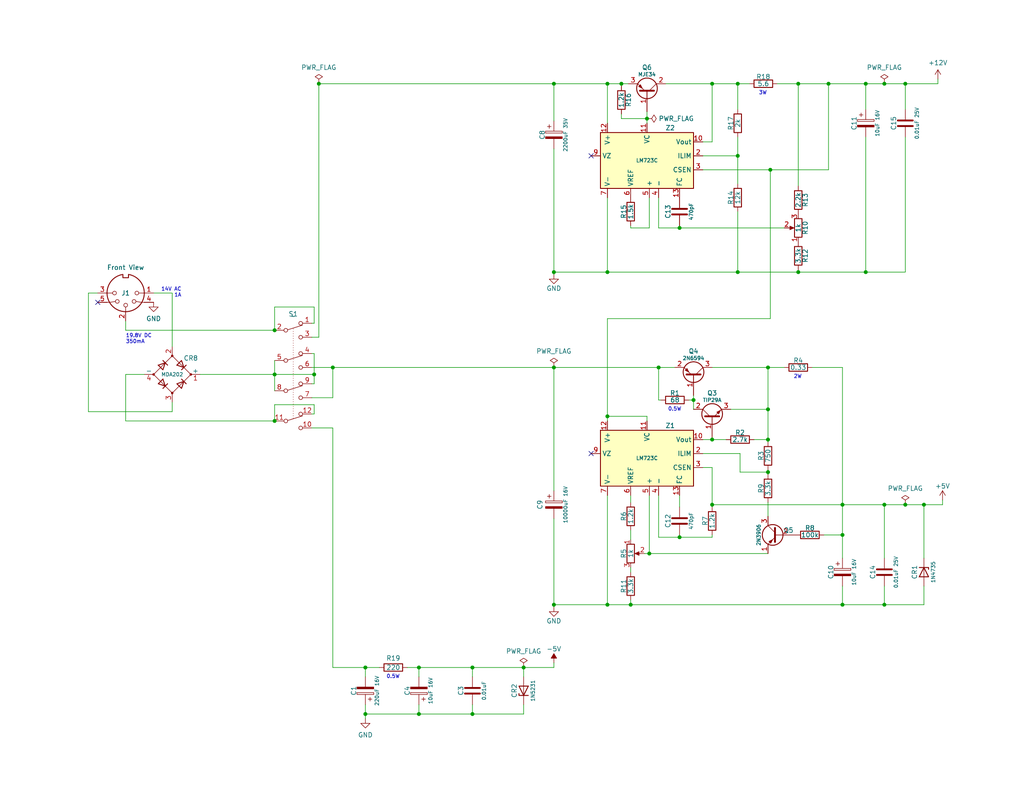
<source format=kicad_sch>
(kicad_sch (version 20230121) (generator eeschema)
  (paper "USLetter")
  (title_block (title "TRS-80 Model I") (date "2023-10-24") (rev "G") (company "RetroStack - Marcel Erz") (comment 2 "Linear Voltage regulators for +5V, -5V, and +12V") (comment 4 "Power"))
  (lib_symbols
    (symbol "Connector:DIN-5_180degree" (pin_names (offset 1.016))
      (property "Reference" "J" (at 3.175 5.715 0))
      (property "Value" "DIN-5_180degree" (at 0 -6.35 0))
      (symbol "DIN-5_180degree_0_1"
        (arc (start -5.08 0) (mid -3.8609 -3.3364) (end -0.762 -5.08) (stroke (width 0.254)))
        (circle (center -3.048 0) (radius 0.508))
        (circle (center -2.286 2.286) (radius 0.508))
        (polyline (pts (xy -5.08 0) (xy -3.556 0)))
        (polyline (pts (xy 0 5.08) (xy 0 3.81)))
        (polyline (pts (xy 5.08 0) (xy 3.556 0)))
        (polyline (pts (xy -5.08 2.54) (xy -4.318 2.54) (xy -2.794 2.286)))
        (polyline (pts (xy 5.08 2.54) (xy 4.318 2.54) (xy 2.794 2.286)))
        (polyline (pts (xy -0.762 -4.953) (xy -0.762 -4.191) (xy 0.762 -4.191) (xy 0.762 -4.953)) (stroke (width 0.254)))
        (circle (center 0 3.302) (radius 0.508))
        (arc (start 0.762 -5.08) (mid 3.8685 -3.343) (end 5.08 0) (stroke (width 0.254)))
        (circle (center 2.286 2.286) (radius 0.508))
        (circle (center 3.048 0) (radius 0.508))
        (arc (start 5.08 0) (mid 0 5.0579) (end -5.08 0) (stroke (width 0.254)))
      )
      (symbol "DIN-5_180degree_1_1"
        (pin passive line (at -7.62 0 0) (length 2.54) (name "~") (number "1"))
        (pin passive line (at 0 7.62 270) (length 2.54) (name "~") (number "2"))
        (pin passive line (at 7.62 0 180) (length 2.54) (name "~") (number "3"))
        (pin passive line (at -7.62 2.54 0) (length 2.54) (name "~") (number "4"))
        (pin passive line (at 7.62 2.54 180) (length 2.54) (name "~") (number "5"))
      )
    )
    (symbol "Device:C" (pin_numbers hide) (pin_names (offset 0.254))
      (property "Reference" "C" (at 0.635 2.54 0))
      (property "Value" "C" (at 0.635 -2.54 0))
      (symbol "C_0_1"
        (polyline (pts (xy -2.032 -0.762) (xy 2.032 -0.762)) (stroke (width 0.508)))
        (polyline (pts (xy -2.032 0.762) (xy 2.032 0.762)) (stroke (width 0.508)))
      )
      (symbol "C_1_1"
        (pin passive line (at 0 3.81 270) (length 2.794) (name "~") (number "1"))
        (pin passive line (at 0 -3.81 90) (length 2.794) (name "~") (number "2"))
      )
    )
    (symbol "Device:C_Polarized" (pin_numbers hide) (pin_names (offset 0.254))
      (property "Reference" "C" (at 0.635 2.54 0))
      (property "Value" "C_Polarized" (at 0.635 -2.54 0))
      (symbol "C_Polarized_0_1"
        (rectangle (start -2.286 0.508) (end 2.286 1.016))
        (polyline (pts (xy -1.778 2.286) (xy -0.762 2.286)))
        (polyline (pts (xy -1.27 2.794) (xy -1.27 1.778)))
        (rectangle (start 2.286 -0.508) (end -2.286 -1.016) (fill (type outline)))
      )
      (symbol "C_Polarized_1_1"
        (pin passive line (at 0 3.81 270) (length 2.794) (name "~") (number "1"))
        (pin passive line (at 0 -3.81 90) (length 2.794) (name "~") (number "2"))
      )
    )
    (symbol "Device:D_Bridge_+AA-" (pin_names (offset 0))
      (property "Reference" "D" (at 2.54 6.985 0))
      (property "Value" "D_Bridge_+AA-" (at 2.54 5.08 0))
      (symbol "D_Bridge_+AA-_0_1"
        (circle (center -5.08 0) (radius 0.254) (fill (type outline)))
        (circle (center 0 -5.08) (radius 0.254) (fill (type outline)))
        (polyline (pts (xy -2.54 3.81) (xy -1.27 2.54)) (stroke (width 0.254)))
        (polyline (pts (xy -1.27 -2.54) (xy -2.54 -3.81)) (stroke (width 0.254)))
        (polyline (pts (xy 2.54 -1.27) (xy 3.81 -2.54)) (stroke (width 0.254)))
        (polyline (pts (xy 2.54 1.27) (xy 3.81 2.54)) (stroke (width 0.254)))
        (polyline (pts (xy -3.81 2.54) (xy -2.54 1.27) (xy -1.905 3.175) (xy -3.81 2.54)) (stroke (width 0.254)))
        (polyline (pts (xy -2.54 -1.27) (xy -3.81 -2.54) (xy -1.905 -3.175) (xy -2.54 -1.27)) (stroke (width 0.254)))
        (polyline (pts (xy 1.27 2.54) (xy 2.54 3.81) (xy 3.175 1.905) (xy 1.27 2.54)) (stroke (width 0.254)))
        (polyline (pts (xy 3.175 -1.905) (xy 1.27 -2.54) (xy 2.54 -3.81) (xy 3.175 -1.905)) (stroke (width 0.254)))
        (polyline (pts (xy -5.08 0) (xy 0 -5.08) (xy 5.08 0) (xy 0 5.08) (xy -5.08 0)))
        (circle (center 0 5.08) (radius 0.254) (fill (type outline)))
        (circle (center 5.08 0) (radius 0.254) (fill (type outline)))
      )
      (symbol "D_Bridge_+AA-_1_1"
        (pin passive line (at 7.62 0 180) (length 2.54) (name "+") (number "1"))
        (pin passive line (at 0 7.62 270) (length 2.54) (name "~") (number "2"))
        (pin passive line (at 0 -7.62 90) (length 2.54) (name "~") (number "3"))
        (pin passive line (at -7.62 0 0) (length 2.54) (name "-") (number "4"))
      )
    )
    (symbol "Device:D_Zener" (pin_numbers hide) (pin_names (offset 1.016) hide)
      (property "Reference" "D" (at 0 2.54 0))
      (property "Value" "D_Zener" (at 0 -2.54 0))
      (symbol "D_Zener_0_1"
        (polyline (pts (xy 1.27 0) (xy -1.27 0)))
        (polyline (pts (xy -1.27 -1.27) (xy -1.27 1.27) (xy -0.762 1.27)) (stroke (width 0.254)))
        (polyline (pts (xy 1.27 -1.27) (xy 1.27 1.27) (xy -1.27 0) (xy 1.27 -1.27)) (stroke (width 0.254)))
      )
      (symbol "D_Zener_1_1"
        (pin passive line (at -3.81 0 0) (length 2.54) (name "K") (number "1"))
        (pin passive line (at 3.81 0 180) (length 2.54) (name "A") (number "2"))
      )
    )
    (symbol "Device:Q_NPN_BCE" (pin_names (offset 0) hide)
      (property "Reference" "Q" (at 5.08 1.27 0))
      (property "Value" "Q_NPN_BCE" (at 5.08 -1.27 0))
      (symbol "Q_NPN_BCE_0_1"
        (polyline (pts (xy 0.635 0.635) (xy 2.54 2.54)))
        (polyline (pts (xy 0.635 -0.635) (xy 2.54 -2.54) (xy 2.54 -2.54)))
        (polyline (pts (xy 0.635 1.905) (xy 0.635 -1.905) (xy 0.635 -1.905)) (stroke (width 0.508)))
        (polyline (pts (xy 1.27 -1.778) (xy 1.778 -1.27) (xy 2.286 -2.286) (xy 1.27 -1.778) (xy 1.27 -1.778)) (fill (type outline)))
        (circle (center 1.27 0) (radius 2.8194) (stroke (width 0.254)))
      )
      (symbol "Q_NPN_BCE_1_1"
        (pin input line (at -5.08 0 0) (length 5.715) (name "B") (number "1"))
        (pin passive line (at 2.54 5.08 270) (length 2.54) (name "C") (number "2"))
        (pin passive line (at 2.54 -5.08 90) (length 2.54) (name "E") (number "3"))
      )
    )
    (symbol "Device:Q_PNP_BCE" (pin_names (offset 0) hide)
      (property "Reference" "Q" (at 5.08 1.27 0))
      (property "Value" "Q_PNP_BCE" (at 5.08 -1.27 0))
      (symbol "Q_PNP_BCE_0_1"
        (polyline (pts (xy 0.635 0.635) (xy 2.54 2.54)))
        (polyline (pts (xy 0.635 -0.635) (xy 2.54 -2.54) (xy 2.54 -2.54)))
        (polyline (pts (xy 0.635 1.905) (xy 0.635 -1.905) (xy 0.635 -1.905)) (stroke (width 0.508)))
        (polyline (pts (xy 2.286 -1.778) (xy 1.778 -2.286) (xy 1.27 -1.27) (xy 2.286 -1.778) (xy 2.286 -1.778)) (fill (type outline)))
        (circle (center 1.27 0) (radius 2.8194) (stroke (width 0.254)))
      )
      (symbol "Q_PNP_BCE_1_1"
        (pin input line (at -5.08 0 0) (length 5.715) (name "B") (number "1"))
        (pin passive line (at 2.54 5.08 270) (length 2.54) (name "C") (number "2"))
        (pin passive line (at 2.54 -5.08 90) (length 2.54) (name "E") (number "3"))
      )
    )
    (symbol "Device:Q_PNP_BEC" (pin_names (offset 0) hide)
      (property "Reference" "Q" (at 5.08 1.27 0))
      (property "Value" "Q_PNP_BEC" (at 5.08 -1.27 0))
      (symbol "Q_PNP_BEC_0_1"
        (polyline (pts (xy 0.635 0.635) (xy 2.54 2.54)))
        (polyline (pts (xy 0.635 -0.635) (xy 2.54 -2.54) (xy 2.54 -2.54)))
        (polyline (pts (xy 0.635 1.905) (xy 0.635 -1.905) (xy 0.635 -1.905)) (stroke (width 0.508)))
        (polyline (pts (xy 2.286 -1.778) (xy 1.778 -2.286) (xy 1.27 -1.27) (xy 2.286 -1.778) (xy 2.286 -1.778)) (fill (type outline)))
        (circle (center 1.27 0) (radius 2.8194) (stroke (width 0.254)))
      )
      (symbol "Q_PNP_BEC_1_1"
        (pin input line (at -5.08 0 0) (length 5.715) (name "B") (number "1"))
        (pin passive line (at 2.54 -5.08 90) (length 2.54) (name "E") (number "2"))
        (pin passive line (at 2.54 5.08 270) (length 2.54) (name "C") (number "3"))
      )
    )
    (symbol "Device:R" (pin_numbers hide) (pin_names (offset 0))
      (property "Reference" "R" (at 2.032 0 90))
      (property "Value" "R" (at 0 0 90))
      (symbol "R_0_1"
        (rectangle (start -1.016 -2.54) (end 1.016 2.54) (stroke (width 0.254)))
      )
      (symbol "R_1_1"
        (pin passive line (at 0 3.81 270) (length 1.27) (name "~") (number "1"))
        (pin passive line (at 0 -3.81 90) (length 1.27) (name "~") (number "2"))
      )
    )
    (symbol "Device:R_Potentiometer" (pin_names (offset 1.016) hide)
      (property "Reference" "RV" (at -4.445 0 90))
      (property "Value" "R_Potentiometer" (at -2.54 0 90))
      (symbol "R_Potentiometer_0_1"
        (polyline (pts (xy 2.54 0) (xy 1.524 0)))
        (polyline (pts (xy 1.143 0) (xy 2.286 0.508) (xy 2.286 -0.508) (xy 1.143 0)) (fill (type outline)))
        (rectangle (start 1.016 2.54) (end -1.016 -2.54) (stroke (width 0.254)))
      )
      (symbol "R_Potentiometer_1_1"
        (pin passive line (at 0 3.81 270) (length 1.27) (name "1") (number "1"))
        (pin passive line (at 3.81 0 180) (length 1.27) (name "2") (number "2"))
        (pin passive line (at 0 -3.81 90) (length 1.27) (name "3") (number "3"))
      )
    )
    (symbol "LM723C_1"
      (property "Reference" "U" (at 0 0 0))
      (symbol "LM723C_1_0_1"
        (rectangle (start -12.7 -5.08) (end 12.7 -20.32) (stroke (width 0.254)) (fill (type background)))
      )
      (symbol "LM723C_1_1_1"
        (pin no_connect line (at -15.24 -13.97 0) (length 2.54) hide (name "NC") (number "1"))
        (pin power_out line (at 15.24 -7.62 180) (length 2.54) (name "Vout") (number "10"))
        (pin power_in line (at 0 -2.54 270) (length 2.54) (name "VC") (number "11"))
        (pin power_in line (at -10.795 -2.54 270) (length 2.54) (name "V+") (number "12"))
        (pin input line (at 8.89 -22.86 90) (length 2.54) (name "FC") (number "13"))
        (pin no_connect line (at -15.24 -15.875 0) (length 2.54) hide (name "NC") (number "14"))
        (pin input line (at 15.24 -11.43 180) (length 2.54) (name "ILIM") (number "2"))
        (pin input line (at 15.24 -15.24 180) (length 2.54) (name "CSEN") (number "3"))
        (pin input line (at 3.175 -22.86 90) (length 2.54) (name "-") (number "4"))
        (pin input line (at 0.635 -22.86 90) (length 2.54) (name "+") (number "5"))
        (pin power_out line (at -4.445 -22.86 90) (length 2.54) (name "VREF") (number "6"))
        (pin power_in line (at -10.795 -22.86 90) (length 2.54) (name "V-") (number "7"))
        (pin no_connect line (at -15.24 -9.525 0) (length 2.54) hide (name "NC") (number "8"))
        (pin input line (at -15.24 -11.43 0) (length 2.54) (name "VZ") (number "9"))
      )
    )
    (symbol "RetroStackLibrary:LM723C"
      (property "Reference" "U" (at 0 0 0))
      (symbol "LM723C_0_1"
        (rectangle (start -12.7 -5.08) (end 12.7 -20.32) (stroke (width 0.254)) (fill (type background)))
      )
      (symbol "LM723C_1_1"
        (pin no_connect line (at -15.24 -13.97 0) (length 2.54) hide (name "NC") (number "1"))
        (pin power_out line (at 15.24 -7.62 180) (length 2.54) (name "Vout") (number "10"))
        (pin power_in line (at 0 -2.54 270) (length 2.54) (name "VC") (number "11"))
        (pin power_in line (at -10.795 -2.54 270) (length 2.54) (name "V+") (number "12"))
        (pin input line (at 8.89 -22.86 90) (length 2.54) (name "FC") (number "13"))
        (pin no_connect line (at -15.24 -15.875 0) (length 2.54) hide (name "NC") (number "14"))
        (pin input line (at 15.24 -11.43 180) (length 2.54) (name "ILIM") (number "2"))
        (pin input line (at 15.24 -15.24 180) (length 2.54) (name "CSEN") (number "3"))
        (pin input line (at 3.175 -22.86 90) (length 2.54) (name "-") (number "4"))
        (pin input line (at 0.635 -22.86 90) (length 2.54) (name "+") (number "5"))
        (pin power_out line (at -4.445 -22.86 90) (length 2.54) (name "VREF") (number "6"))
        (pin power_in line (at -10.795 -22.86 90) (length 2.54) (name "V-") (number "7"))
        (pin no_connect line (at -15.24 -9.525 0) (length 2.54) hide (name "NC") (number "8"))
        (pin input line (at -15.24 -11.43 0) (length 2.54) (name "VZ") (number "9"))
      )
    )
    (symbol "RetroStackLibrary:SW_4PST"
      (property "Reference" "SW" (at 0 0 0))
      (symbol "SW_4PST_0_0"
        (circle (center -2.032 -28.575) (radius 0.508))
        (circle (center -2.032 -20.32) (radius 0.508))
        (circle (center -2.032 -12.065) (radius 0.508))
        (circle (center -2.032 -3.81) (radius 0.508))
        (polyline (pts (xy -1.524 -28.448) (xy 2.54 -27.178)))
        (polyline (pts (xy -1.524 -20.193) (xy 2.54 -18.923)))
        (polyline (pts (xy -1.524 -11.938) (xy 2.54 -10.668)))
        (polyline (pts (xy -1.524 -3.683) (xy 2.54 -2.413)))
        (circle (center 2.032 -30.48) (radius 0.508))
        (circle (center 2.032 -26.67) (radius 0.508))
        (circle (center 2.032 -22.225) (radius 0.508))
        (circle (center 2.032 -18.415) (radius 0.508))
        (circle (center 2.032 -13.97) (radius 0.508))
        (circle (center 2.032 -10.16) (radius 0.508))
        (circle (center 2.032 -5.715) (radius 0.508))
        (circle (center 2.032 -1.905) (radius 0.508))
      )
      (symbol "SW_4PST_1_1"
        (polyline (pts (xy 0 -27.813) (xy 0 -3.3655)) (stroke (width 0) (type dot)))
        (pin passive line (at 5.08 -1.905 180) (length 2.54) (name "~") (number "1"))
        (pin passive line (at 5.08 -30.48 180) (length 2.54) (name "~") (number "10"))
        (pin passive line (at -5.08 -28.575 0) (length 2.54) (name "~") (number "11"))
        (pin passive line (at 5.08 -26.67 180) (length 2.54) (name "~") (number "12"))
        (pin passive line (at -5.08 -3.81 0) (length 2.54) (name "~") (number "2"))
        (pin passive line (at 5.08 -5.715 180) (length 2.54) (name "~") (number "3"))
        (pin passive line (at 5.08 -10.16 180) (length 2.54) (name "~") (number "4"))
        (pin passive line (at -5.08 -12.065 0) (length 2.54) (name "~") (number "5"))
        (pin passive line (at 5.08 -13.97 180) (length 2.54) (name "~") (number "6"))
        (pin passive line (at 5.08 -22.225 180) (length 2.54) (name "~") (number "7"))
        (pin passive line (at -5.08 -20.32 0) (length 2.54) (name "~") (number "8"))
        (pin passive line (at 5.08 -18.415 180) (length 2.54) (name "~") (number "9"))
      )
    )
    (symbol "Transistor_BJT:2N3906" (pin_names (offset 0) hide)
      (property "Reference" "Q" (at 5.08 1.905 0))
      (property "Value" "2N3906" (at 5.08 0 0))
      (symbol "2N3906_0_1"
        (polyline (pts (xy 0.635 0.635) (xy 2.54 2.54)))
        (polyline (pts (xy 0.635 -0.635) (xy 2.54 -2.54) (xy 2.54 -2.54)))
        (polyline (pts (xy 0.635 1.905) (xy 0.635 -1.905) (xy 0.635 -1.905)) (stroke (width 0.508)))
        (polyline (pts (xy 2.286 -1.778) (xy 1.778 -2.286) (xy 1.27 -1.27) (xy 2.286 -1.778) (xy 2.286 -1.778)) (fill (type outline)))
        (circle (center 1.27 0) (radius 2.8194) (stroke (width 0.254)))
      )
      (symbol "2N3906_1_1"
        (pin passive line (at 2.54 -5.08 90) (length 2.54) (name "E") (number "1"))
        (pin input line (at -5.08 0 0) (length 5.715) (name "B") (number "2"))
        (pin passive line (at 2.54 5.08 270) (length 2.54) (name "C") (number "3"))
      )
    )
    (symbol "power:+12V" (power) (pin_names (offset 0))
      (property "Value" "+12V" (at 0 3.556 0))
      (symbol "+12V_0_1"
        (polyline (pts (xy -0.762 1.27) (xy 0 2.54)))
        (polyline (pts (xy 0 0) (xy 0 2.54)))
        (polyline (pts (xy 0 2.54) (xy 0.762 1.27)))
      )
      (symbol "+12V_1_1"
        (pin power_in line (at 0 0 90) (length 0) hide (name "+12V") (number "1"))
      )
    )
    (symbol "power:+5V" (power) (pin_names (offset 0))
      (property "Value" "+5V" (at 0 3.556 0))
      (symbol "+5V_0_1"
        (polyline (pts (xy -0.762 1.27) (xy 0 2.54)))
        (polyline (pts (xy 0 0) (xy 0 2.54)))
        (polyline (pts (xy 0 2.54) (xy 0.762 1.27)))
      )
      (symbol "+5V_1_1"
        (pin power_in line (at 0 0 90) (length 0) hide (name "+5V") (number "1"))
      )
    )
    (symbol "power:-5V" (power) (pin_names (offset 0))
      (property "Value" "-5V" (at 0 3.81 0))
      (symbol "-5V_0_0"
        (pin power_in line (at 0 0 90) (length 0) hide (name "-5V") (number "1"))
      )
      (symbol "-5V_0_1"
        (polyline (pts (xy 0 0) (xy 0 1.27) (xy 0.762 1.27) (xy 0 2.54) (xy -0.762 1.27) (xy 0 1.27)) (fill (type outline)))
      )
    )
    (symbol "power:GND" (power) (pin_names (offset 0))
      (property "Value" "GND" (at 0 -3.81 0))
      (symbol "GND_0_1"
        (polyline (pts (xy 0 0) (xy 0 -1.27) (xy 1.27 -1.27) (xy 0 -2.54) (xy -1.27 -1.27) (xy 0 -1.27)))
      )
      (symbol "GND_1_1"
        (pin power_in line (at 0 0 270) (length 0) hide (name "GND") (number "1"))
      )
    )
    (symbol "power:PWR_FLAG" (power) (pin_numbers hide) (pin_names (offset 0) hide)
      (property "Value" "PWR_FLAG" (at 0 3.81 0))
      (symbol "PWR_FLAG_0_0"
        (pin power_out line (at 0 0 90) (length 0) (name "pwr") (number "1"))
      )
      (symbol "PWR_FLAG_0_1"
        (polyline (pts (xy 0 0) (xy 0 1.27) (xy -1.016 1.905) (xy 0 2.54) (xy 1.016 1.905) (xy 0 1.27)))
      )
    )
  )
  (junction (at 165.735 165.1))
  (junction (at 229.87 137.795))
  (junction (at 210.185 46.355))
  (junction (at 114.3 182.245))
  (junction (at 151.13 22.86))
  (junction (at 169.545 22.86))
  (junction (at 177.165 151.13))
  (junction (at 194.31 22.86))
  (junction (at 201.295 22.86))
  (junction (at 185.42 62.23))
  (junction (at 241.3 137.795))
  (junction (at 201.295 42.545))
  (junction (at 194.31 137.795))
  (junction (at 241.3 165.1))
  (junction (at 217.805 22.86))
  (junction (at 209.55 111.76))
  (junction (at 165.735 113.665))
  (junction (at 74.93 90.17))
  (junction (at 74.93 114.935))
  (junction (at 90.805 100.33))
  (junction (at 128.905 182.245))
  (junction (at 236.22 74.295))
  (junction (at 85.725 102.235))
  (junction (at 99.695 194.945))
  (junction (at 142.875 182.245))
  (junction (at 226.06 22.86))
  (junction (at 252.095 137.795))
  (junction (at 194.31 120.015))
  (junction (at 179.705 100.33))
  (junction (at 229.87 146.05))
  (junction (at 86.995 22.86))
  (junction (at 217.805 74.295))
  (junction (at 247.015 137.795))
  (junction (at 172.085 165.1))
  (junction (at 241.3 22.86))
  (junction (at 151.13 100.33))
  (junction (at 201.295 74.295))
  (junction (at 229.87 165.1))
  (junction (at 128.905 194.945))
  (junction (at 176.53 32.385))
  (junction (at 209.55 120.015))
  (junction (at 189.23 109.22))
  (junction (at 209.55 100.33))
  (junction (at 236.22 22.86))
  (junction (at 151.13 165.1))
  (junction (at 165.735 74.295))
  (junction (at 247.015 22.86))
  (junction (at 151.13 74.295))
  (junction (at 165.735 22.86))
  (junction (at 74.93 102.235))
  (junction (at 99.695 182.245))
  (junction (at 209.55 128.905))
  (junction (at 185.42 146.685))
  (junction (at 114.3 194.945))
  (no_connect (at 26.67 82.55))
  (no_connect (at 161.29 42.545))
  (no_connect (at 161.29 123.825))
  (wire (pts (xy 176.53 32.385) (xy 176.53 33.655)))
  (wire (pts (xy 172.085 163.83) (xy 172.085 165.1)))
  (wire (pts (xy 24.13 80.01) (xy 26.67 80.01)))
  (wire (pts (xy 201.295 74.295) (xy 217.805 74.295)))
  (wire (pts (xy 229.87 146.05) (xy 224.79 146.05)))
  (wire (pts (xy 201.93 128.905) (xy 209.55 128.905)))
  (wire (pts (xy 179.705 100.33) (xy 184.15 100.33)))
  (wire (pts (xy 85.725 96.52) (xy 85.725 102.235)))
  (wire (pts (xy 194.31 146.685) (xy 194.31 146.05)))
  (wire (pts (xy 85.725 88.265) (xy 85.725 83.82)))
  (wire (pts (xy 217.805 50.8) (xy 217.805 22.86)))
  (wire (pts (xy 201.295 74.295) (xy 165.735 74.295)))
  (wire (pts (xy 179.705 53.975) (xy 179.705 62.23)))
  (wire (pts (xy 191.77 127.635) (xy 194.31 127.635)))
  (wire (pts (xy 194.31 120.015) (xy 194.31 119.38)))
  (wire (pts (xy 201.295 22.86) (xy 204.47 22.86)))
  (wire (pts (xy 54.61 102.235) (xy 74.93 102.235)))
  (wire (pts (xy 229.87 165.1) (xy 241.3 165.1)))
  (wire (pts (xy 151.13 22.86) (xy 165.735 22.86)))
  (wire (pts (xy 252.095 160.02) (xy 252.095 165.1)))
  (wire (pts (xy 191.77 123.825) (xy 201.93 123.825)))
  (wire (pts (xy 201.295 42.545) (xy 201.295 50.165)))
  (wire (pts (xy 185.42 146.05) (xy 185.42 146.685)))
  (wire (pts (xy 151.13 40.64) (xy 151.13 74.295)))
  (wire (pts (xy 74.93 83.82) (xy 74.93 90.17)))
  (wire (pts (xy 177.165 62.23) (xy 177.165 53.975)))
  (wire (pts (xy 172.085 61.595) (xy 172.085 62.23)))
  (wire (pts (xy 142.875 192.405) (xy 142.875 194.945)))
  (wire (pts (xy 142.875 194.945) (xy 128.905 194.945)))
  (wire (pts (xy 179.705 146.685) (xy 185.42 146.685)))
  (wire (pts (xy 151.13 182.245) (xy 151.13 180.975)))
  (wire (pts (xy 165.735 113.665) (xy 165.735 114.935)))
  (wire (pts (xy 217.805 22.86) (xy 226.06 22.86)))
  (wire (pts (xy 247.015 22.86) (xy 247.015 29.845)))
  (wire (pts (xy 128.905 182.245) (xy 142.875 182.245)))
  (wire (pts (xy 236.22 74.295) (xy 247.015 74.295)))
  (wire (pts (xy 241.3 137.795) (xy 241.3 152.4)))
  (wire (pts (xy 169.545 22.86) (xy 171.45 22.86)))
  (wire (pts (xy 85.725 83.82) (xy 74.93 83.82)))
  (wire (pts (xy 114.3 192.405) (xy 114.3 194.945)))
  (wire (pts (xy 217.805 73.66) (xy 217.805 74.295)))
  (wire (pts (xy 177.165 135.255) (xy 177.165 151.13)))
  (wire (pts (xy 34.29 114.935) (xy 74.93 114.935)))
  (wire (pts (xy 209.55 128.905) (xy 209.55 128.27)))
  (wire (pts (xy 90.805 100.33) (xy 151.13 100.33)))
  (wire (pts (xy 205.74 120.015) (xy 209.55 120.015)))
  (wire (pts (xy 210.185 86.995) (xy 165.735 86.995)))
  (wire (pts (xy 209.55 137.16) (xy 209.55 140.97)))
  (wire (pts (xy 175.895 151.13) (xy 177.165 151.13)))
  (wire (pts (xy 209.55 111.76) (xy 199.39 111.76)))
  (wire (pts (xy 142.875 182.245) (xy 151.13 182.245)))
  (wire (pts (xy 179.705 109.22) (xy 180.34 109.22)))
  (wire (pts (xy 179.705 62.23) (xy 185.42 62.23)))
  (wire (pts (xy 209.55 100.33) (xy 209.55 111.76)))
  (wire (pts (xy 241.3 22.86) (xy 236.22 22.86)))
  (wire (pts (xy 85.09 96.52) (xy 85.725 96.52)))
  (wire (pts (xy 179.705 135.255) (xy 179.705 146.685)))
  (wire (pts (xy 151.13 165.1) (xy 165.735 165.1)))
  (wire (pts (xy 85.09 100.33) (xy 90.805 100.33)))
  (wire (pts (xy 169.545 32.385) (xy 176.53 32.385)))
  (wire (pts (xy 255.905 21.59) (xy 255.905 22.86)))
  (wire (pts (xy 142.875 182.245) (xy 142.875 184.785)))
  (wire (pts (xy 201.295 57.785) (xy 201.295 74.295)))
  (wire (pts (xy 169.545 22.86) (xy 169.545 23.495)))
  (wire (pts (xy 194.31 22.86) (xy 201.295 22.86)))
  (wire (pts (xy 185.42 61.595) (xy 185.42 62.23)))
  (wire (pts (xy 85.09 88.265) (xy 85.725 88.265)))
  (wire (pts (xy 86.995 22.86) (xy 151.13 22.86)))
  (wire (pts (xy 176.53 113.665) (xy 176.53 114.935)))
  (wire (pts (xy 201.93 123.825) (xy 201.93 128.905)))
  (wire (pts (xy 165.735 86.995) (xy 165.735 113.665)))
  (wire (pts (xy 241.3 160.02) (xy 241.3 165.1)))
  (wire (pts (xy 185.42 62.23) (xy 213.995 62.23)))
  (wire (pts (xy 114.3 194.945) (xy 128.905 194.945)))
  (wire (pts (xy 189.23 109.22) (xy 189.23 107.95)))
  (wire (pts (xy 165.735 22.86) (xy 169.545 22.86)))
  (wire (pts (xy 34.29 102.235) (xy 34.29 114.935)))
  (wire (pts (xy 165.735 53.975) (xy 165.735 74.295)))
  (wire (pts (xy 252.095 165.1) (xy 241.3 165.1)))
  (wire (pts (xy 191.77 120.015) (xy 194.31 120.015)))
  (wire (pts (xy 209.55 100.33) (xy 213.995 100.33)))
  (wire (pts (xy 85.725 102.235) (xy 85.725 104.775)))
  (wire (pts (xy 90.805 100.33) (xy 90.805 108.585)))
  (wire (pts (xy 172.085 144.78) (xy 172.085 147.32)))
  (wire (pts (xy 209.55 120.65) (xy 209.55 120.015)))
  (wire (pts (xy 74.93 102.235) (xy 74.93 106.68)))
  (wire (pts (xy 252.095 137.795) (xy 252.095 152.4)))
  (wire (pts (xy 221.615 100.33) (xy 229.87 100.33)))
  (wire (pts (xy 74.93 98.425) (xy 74.93 102.235)))
  (wire (pts (xy 151.13 141.605) (xy 151.13 165.1)))
  (wire (pts (xy 191.77 42.545) (xy 201.295 42.545)))
  (wire (pts (xy 165.735 22.86) (xy 165.735 33.655)))
  (wire (pts (xy 229.87 100.33) (xy 229.87 137.795)))
  (wire (pts (xy 191.77 46.355) (xy 210.185 46.355)))
  (wire (pts (xy 99.695 182.245) (xy 103.505 182.245)))
  (wire (pts (xy 247.015 37.465) (xy 247.015 74.295)))
  (wire (pts (xy 46.99 80.01) (xy 41.91 80.01)))
  (wire (pts (xy 209.55 111.76) (xy 209.55 120.015)))
  (wire (pts (xy 99.695 196.215) (xy 99.695 194.945)))
  (wire (pts (xy 212.09 22.86) (xy 217.805 22.86)))
  (wire (pts (xy 201.295 42.545) (xy 201.295 37.465)))
  (wire (pts (xy 46.99 112.395) (xy 24.13 112.395)))
  (wire (pts (xy 165.735 74.295) (xy 151.13 74.295)))
  (wire (pts (xy 187.96 109.22) (xy 189.23 109.22)))
  (wire (pts (xy 90.805 182.245) (xy 99.695 182.245)))
  (wire (pts (xy 165.735 165.1) (xy 172.085 165.1)))
  (wire (pts (xy 114.3 182.245) (xy 114.3 184.785)))
  (wire (pts (xy 85.09 116.84) (xy 90.805 116.84)))
  (wire (pts (xy 85.725 113.03) (xy 85.725 110.49)))
  (wire (pts (xy 209.55 151.13) (xy 177.165 151.13)))
  (wire (pts (xy 194.31 22.86) (xy 194.31 38.735)))
  (wire (pts (xy 99.695 194.945) (xy 114.3 194.945)))
  (wire (pts (xy 151.13 100.33) (xy 151.13 133.985)))
  (wire (pts (xy 185.42 146.685) (xy 194.31 146.685)))
  (wire (pts (xy 86.995 92.075) (xy 86.995 22.86)))
  (wire (pts (xy 46.99 112.395) (xy 46.99 109.855)))
  (wire (pts (xy 172.085 135.255) (xy 172.085 137.16)))
  (wire (pts (xy 34.29 87.63) (xy 34.29 90.17)))
  (wire (pts (xy 229.87 137.795) (xy 241.3 137.795)))
  (wire (pts (xy 34.29 90.17) (xy 74.93 90.17)))
  (wire (pts (xy 209.55 128.905) (xy 209.55 129.54)))
  (wire (pts (xy 194.31 137.795) (xy 194.31 138.43)))
  (wire (pts (xy 236.22 22.86) (xy 236.22 29.845)))
  (wire (pts (xy 172.085 165.1) (xy 229.87 165.1)))
  (wire (pts (xy 236.22 37.465) (xy 236.22 74.295)))
  (wire (pts (xy 257.175 137.795) (xy 252.095 137.795)))
  (wire (pts (xy 194.31 127.635) (xy 194.31 137.795)))
  (wire (pts (xy 191.77 38.735) (xy 194.31 38.735)))
  (wire (pts (xy 172.085 156.21) (xy 172.085 154.94)))
  (wire (pts (xy 165.735 113.665) (xy 176.53 113.665)))
  (wire (pts (xy 85.725 110.49) (xy 74.93 110.49)))
  (wire (pts (xy 128.905 182.245) (xy 128.905 184.785)))
  (wire (pts (xy 85.09 113.03) (xy 85.725 113.03)))
  (wire (pts (xy 151.13 100.33) (xy 179.705 100.33)))
  (wire (pts (xy 257.175 136.525) (xy 257.175 137.795)))
  (wire (pts (xy 255.905 22.86) (xy 247.015 22.86)))
  (wire (pts (xy 181.61 22.86) (xy 194.31 22.86)))
  (wire (pts (xy 229.87 137.795) (xy 229.87 146.05)))
  (wire (pts (xy 169.545 31.115) (xy 169.545 32.385)))
  (wire (pts (xy 210.185 46.355) (xy 226.06 46.355)))
  (wire (pts (xy 85.09 92.075) (xy 86.995 92.075)))
  (wire (pts (xy 236.22 74.295) (xy 217.805 74.295)))
  (wire (pts (xy 90.805 116.84) (xy 90.805 182.245)))
  (wire (pts (xy 241.3 137.795) (xy 247.015 137.795)))
  (wire (pts (xy 114.3 182.245) (xy 128.905 182.245)))
  (wire (pts (xy 194.31 120.015) (xy 198.12 120.015)))
  (wire (pts (xy 194.31 100.33) (xy 209.55 100.33)))
  (wire (pts (xy 151.13 74.295) (xy 151.13 74.93)))
  (wire (pts (xy 247.015 22.86) (xy 241.3 22.86)))
  (wire (pts (xy 201.295 22.86) (xy 201.295 29.845)))
  (wire (pts (xy 39.37 102.235) (xy 34.29 102.235)))
  (wire (pts (xy 194.31 137.795) (xy 229.87 137.795)))
  (wire (pts (xy 229.87 160.02) (xy 229.87 165.1)))
  (wire (pts (xy 85.09 108.585) (xy 90.805 108.585)))
  (wire (pts (xy 189.23 109.22) (xy 189.23 111.76)))
  (wire (pts (xy 247.015 137.795) (xy 252.095 137.795)))
  (wire (pts (xy 99.695 194.945) (xy 99.695 192.405)))
  (wire (pts (xy 85.725 104.775) (xy 85.09 104.775)))
  (wire (pts (xy 176.53 30.48) (xy 176.53 32.385)))
  (wire (pts (xy 210.185 46.355) (xy 210.185 86.995)))
  (wire (pts (xy 128.905 192.405) (xy 128.905 194.945)))
  (wire (pts (xy 151.13 33.02) (xy 151.13 22.86)))
  (wire (pts (xy 24.13 112.395) (xy 24.13 80.01)))
  (wire (pts (xy 226.06 22.86) (xy 226.06 46.355)))
  (wire (pts (xy 185.42 138.43) (xy 185.42 135.255)))
  (wire (pts (xy 151.13 165.735) (xy 151.13 165.1)))
  (wire (pts (xy 46.99 80.01) (xy 46.99 94.615)))
  (wire (pts (xy 74.93 110.49) (xy 74.93 114.935)))
  (wire (pts (xy 111.125 182.245) (xy 114.3 182.245)))
  (wire (pts (xy 99.695 182.245) (xy 99.695 184.785)))
  (wire (pts (xy 229.87 146.05) (xy 229.87 152.4)))
  (wire (pts (xy 226.06 22.86) (xy 236.22 22.86)))
  (wire (pts (xy 165.735 135.255) (xy 165.735 165.1)))
  (wire (pts (xy 172.085 62.23) (xy 177.165 62.23)))
  (wire (pts (xy 179.705 100.33) (xy 179.705 109.22)))
  (wire (pts (xy 74.93 102.235) (xy 85.725 102.235)))
  (text "14V AC\n1A" (at 49.53 81.28 0) (effects (font (size 1 1)) (justify right bottom)))
  (text "2W" (at 216.535 103.505 0) (effects (font (size 1 1)) (justify left bottom)))
  (text "0.5W" (at 105.41 185.42 0) (effects (font (size 1 1)) (justify left bottom)))
  (text "3W" (at 207.01 26.035 0) (effects (font (size 1 1)) (justify left bottom)))
  (text "0.5W" (at 182.245 112.395 0) (effects (font (size 1 1)) (justify left bottom)))
  (text "19.8V DC\n350mA" (at 34.29 93.98 0) (effects (font (size 1 1)) (justify left bottom)))
  (symbol (lib_id "Device:R_Potentiometer") (at 172.085 151.13 0) (unit 1)
    (property "Reference" "R5" (at 170.18 151.13 90))
    (property "Value" "1k" (at 172.085 151.13 90))
    (property "Footprint" "RetroStackLibrary:TRS80_Model_I_R_Pot" (effects hide))
  )
  (symbol (lib_id "power:-5V") (at 151.13 180.975 0) (unit 1)
    (property "Reference" "#PWR0186" (effects hide))
    (property "Value" "-5V" (at 151.13 177.165 0))
  )
  (symbol (lib_id "Device:R") (at 172.085 57.785 0) (unit 1)
    (property "Reference" "R15" (at 170.18 57.785 90))
    (property "Value" "1.5k" (at 172.085 57.785 90))
    (property "Footprint" "RetroStackLibrary:TRS80_Model_I_R_0.25W" (effects hide))
  )
  (symbol (lib_id "power:PWR_FLAG") (at 176.53 32.385 270) (unit 1)
    (property "Reference" "#FLG01" (effects hide))
    (property "Value" "PWR_FLAG" (at 179.705 32.385 90) (effects (justify left)))
    (instances (project "Power" (path "" (reference "#FLG01") (unit 1))) (project "TRS80_Model_I_G" (path "" (reference "#FLG06") (unit 1)) (path "" (reference "#FLG02") (unit 1))))
  )
  (symbol (lib_id "Device:R") (at 194.31 142.24 0) (unit 1)
    (property "Reference" "R7" (at 192.405 142.24 90))
    (property "Value" "1.2k" (at 194.31 142.24 90))
    (property "Footprint" "RetroStackLibrary:TRS80_Model_I_R_0.25W" (effects hide))
  )
  (symbol (lib_id "power:PWR_FLAG") (at 247.015 137.795 0) (unit 1)
    (property "Reference" "#FLG01" (effects hide))
    (property "Value" "PWR_FLAG" (at 247.015 133.35 0))
    (instances (project "Power" (path "" (reference "#FLG01") (unit 1))) (project "TRS80_Model_I_G" (path "" (reference "#FLG04") (unit 1)) (path "" (reference "#FLG02") (unit 1))))
  )
  (symbol (lib_id "Device:R") (at 209.55 133.35 0) (unit 1)
    (property "Reference" "R9" (at 207.645 133.35 90))
    (property "Value" "3.3k" (at 209.55 133.35 90))
    (property "Footprint" "RetroStackLibrary:TRS80_Model_I_R_0.25W" (effects hide))
  )
  (symbol (lib_name "LM723C_1") (lib_id "RetroStackLibrary:LM723C") (at 176.53 31.115 0) (unit 1)
    (property "Reference" "Z2" (at 182.88 34.925 0))
    (property "Value" "LM723C" (at 176.53 43.815 0) (effects (font (size 1 1))))
    (property "Footprint" "RetroStackLibrary:TRS80_Model_I_DIP14" (effects hide))
    (property "Datasheet" "http://www.ti.com/lit/ds/symlink/lm723.pdf" (effects hide))
  )
  (symbol (lib_id "Device:R") (at 209.55 124.46 0) (unit 1)
    (property "Reference" "R3" (at 207.645 124.46 90))
    (property "Value" "750" (at 209.55 124.46 90))
    (property "Footprint" "RetroStackLibrary:TRS80_Model_I_R_0.25W" (effects hide))
  )
  (symbol (lib_id "Device:C_Polarized") (at 114.3 188.595 180) (unit 1)
    (property "Reference" "C4" (at 111.125 188.595 90))
    (property "Value" "10uF 16V" (at 117.475 188.595 90) (effects (font (size 1 1))))
    (property "Footprint" "RetroStackLibrary:TRS80_Model_I_C_Pol_Radial_5D_2.5P" (effects hide))
  )
  (symbol (lib_id "RetroStackLibrary:SW_4PST") (at 80.01 86.36 0) (unit 1)
    (property "Reference" "S1" (at 80.01 85.725 0))
    (property "Value" "~" (at 80.01 86.36 0))
    (property "Footprint" "RetroStackLibrary:TRS80_Model_I_Sw_Large" (effects hide))
  )
  (symbol (lib_id "Transistor_BJT:2N3906") (at 212.09 146.05 0) (mirror y) (unit 1)
    (property "Reference" "Q5" (at 216.535 144.78 0) (effects (justify left)))
    (property "Value" "2N3906" (at 207.01 146.05 90) (effects (font (size 1 1))))
    (property "Footprint" "RetroStackLibrary:TRS80_Model_I_Q_Circle_EBC" (effects hide))
    (property "Datasheet" "https://www.onsemi.com/pub/Collateral/2N3906-D.PDF" (effects hide))
  )
  (symbol (lib_id "power:+12V") (at 255.905 21.59 0) (unit 1)
    (property "Reference" "#PWR0189" (effects hide))
    (property "Value" "+12V" (at 255.905 17.145 0))
  )
  (symbol (lib_id "power:GND") (at 151.13 165.735 0) (unit 1)
    (property "Reference" "#PWR01" (effects hide))
    (property "Value" "GND" (at 151.13 169.545 0))
    (instances (project "Power" (path "" (reference "#PWR01") (unit 1))) (project "TRS80_Model_I_G" (path "" (reference "#PWR0187") (unit 1))))
  )
  (symbol (lib_id "Device:C_Polarized") (at 151.13 36.83 0) (unit 1)
    (property "Reference" "C8" (at 147.955 36.83 90))
    (property "Value" "2200uF 35V" (at 154.305 36.83 90) (effects (font (size 1 1))))
    (property "Footprint" "RetroStackLibrary:TRS80_Model_I_C_Pol_Axial_41L_19W_48P" (effects hide))
  )
  (symbol (lib_id "Device:R") (at 169.545 27.305 0) (unit 1)
    (property "Reference" "R16" (at 171.45 27.305 90))
    (property "Value" "1.2k" (at 169.545 27.305 90))
    (property "Footprint" "RetroStackLibrary:TRS80_Model_I_R_0.25W" (effects hide))
  )
  (symbol (lib_id "power:GND") (at 99.695 196.215 0) (unit 1)
    (property "Reference" "#PWR01" (effects hide))
    (property "Value" "GND" (at 99.695 200.6584 0))
    (instances (project "Power" (path "" (reference "#PWR01") (unit 1))) (project "TRS80_Model_I_G" (path "" (reference "#PWR0185") (unit 1))))
  )
  (symbol (lib_id "Device:C_Polarized") (at 99.695 188.595 180) (unit 1)
    (property "Reference" "C1" (at 96.52 188.595 90))
    (property "Value" "220uF 16V" (at 102.87 188.595 90) (effects (font (size 1 1))))
    (property "Footprint" "RetroStackLibrary:TRS80_Model_I_C_Pol_Axial_21L_9W_29P" (effects hide))
  )
  (symbol (lib_id "RetroStackLibrary:LM723C") (at 176.53 112.395 0) (unit 1)
    (property "Reference" "Z1" (at 182.88 116.205 0))
    (property "Value" "LM723C" (at 176.53 125.095 0) (effects (font (size 1 1))))
    (property "Footprint" "RetroStackLibrary:TRS80_Model_I_DIP14" (effects hide))
    (property "Datasheet" "http://www.ti.com/lit/ds/symlink/lm723.pdf" (effects hide))
  )
  (symbol (lib_id "Device:D_Zener") (at 142.875 188.595 90) (unit 1)
    (property "Reference" "CR2" (at 140.335 188.595 0))
    (property "Value" "1N5231" (at 145.415 188.595 0) (effects (font (size 1 1))))
    (property "Footprint" "RetroStackLibrary:TRS80_Model_I_D" (effects hide))
  )
  (symbol (lib_id "Device:C_Polarized") (at 229.87 156.21 0) (unit 1)
    (property "Reference" "C10" (at 226.695 156.21 90))
    (property "Value" "10uF 16V" (at 233.045 156.21 90) (effects (font (size 1 1))))
    (property "Footprint" "RetroStackLibrary:TRS80_Model_I_C_Pol_Radial_5D_2.5P" (effects hide))
  )
  (symbol (lib_id "Device:R") (at 217.805 54.61 0) (unit 1)
    (property "Reference" "R13" (at 219.71 54.61 90))
    (property "Value" "2.2k" (at 217.805 54.61 90))
    (property "Footprint" "RetroStackLibrary:TRS80_Model_I_R_0.25W" (effects hide))
  )
  (symbol (lib_id "Device:R") (at 217.805 69.85 0) (unit 1)
    (property "Reference" "R12" (at 219.71 69.85 90))
    (property "Value" "3.3k" (at 217.805 69.85 90))
    (property "Footprint" "RetroStackLibrary:TRS80_Model_I_R_0.25W" (effects hide))
  )
  (symbol (lib_id "Device:D_Bridge_+AA-") (at 46.99 102.235 0) (unit 1)
    (property "Reference" "CR8" (at 52.07 97.79 0))
    (property "Value" "MDA202" (at 46.99 102.235 0) (effects (font (size 1 1))))
    (property "Footprint" "RetroStackLibrary:TRS80_Model_I_D_Bridge" (effects hide))
  )
  (symbol (lib_id "power:PWR_FLAG") (at 86.995 22.86 0) (unit 1)
    (property "Reference" "#FLG01" (effects hide))
    (property "Value" "PWR_FLAG" (at 86.995 18.415 0))
    (instances (project "Power" (path "" (reference "#FLG01") (unit 1))) (project "TRS80_Model_I_G" (path "" (reference "#FLG07") (unit 1)) (path "" (reference "#FLG02") (unit 1))))
  )
  (symbol (lib_id "Device:R") (at 217.805 100.33 90) (unit 1)
    (property "Reference" "R4" (at 217.805 98.425 90))
    (property "Value" "0.33" (at 217.805 100.33 90))
    (property "Footprint" "RetroStackLibrary:TRS80_Model_I_R_2W" (effects hide))
  )
  (symbol (lib_id "power:PWR_FLAG") (at 241.3 22.86 0) (unit 1)
    (property "Reference" "#FLG01" (effects hide))
    (property "Value" "PWR_FLAG" (at 241.3 18.415 0))
    (instances (project "Power" (path "" (reference "#FLG01") (unit 1))) (project "TRS80_Model_I_G" (path "" (reference "#FLG03") (unit 1)) (path "" (reference "#FLG02") (unit 1))))
  )
  (symbol (lib_id "Device:R") (at 172.085 160.02 0) (unit 1)
    (property "Reference" "R11" (at 170.18 160.02 90))
    (property "Value" "3.3k" (at 172.085 160.02 90))
    (property "Footprint" "RetroStackLibrary:TRS80_Model_I_R_0.25W" (effects hide))
  )
  (symbol (lib_id "power:GND") (at 41.91 82.55 0) (unit 1)
    (property "Reference" "#PWR01" (effects hide))
    (property "Value" "GND" (at 41.91 86.9934 0))
    (instances (project "Power" (path "" (reference "#PWR01") (unit 1))) (project "TRS80_Model_I_G" (path "" (reference "#PWR0184") (unit 1))))
  )
  (symbol (lib_id "Device:C_Polarized") (at 151.13 137.795 0) (unit 1)
    (property "Reference" "C9" (at 147.32 137.795 90))
    (property "Value" "10000uF 16V" (at 154.305 137.795 90) (effects (font (size 1 1))))
    (property "Footprint" "RetroStackLibrary:TRS80_Model_I_C_Pol_Axial_63L_25W_71P" (effects hide))
  )
  (symbol (lib_id "Device:R") (at 201.93 120.015 90) (unit 1)
    (property "Reference" "R2" (at 201.93 118.11 90))
    (property "Value" "2.7k" (at 201.93 120.015 90))
    (property "Footprint" "RetroStackLibrary:TRS80_Model_I_R_0.25W" (effects hide))
  )
  (symbol (lib_id "power:+5V") (at 257.175 136.525 0) (unit 1)
    (property "Reference" "#PWR0188" (effects hide))
    (property "Value" "+5V" (at 257.175 132.715 0))
  )
  (symbol (lib_id "Device:Q_NPN_BCE") (at 194.31 114.3 90) (unit 1)
    (property "Reference" "Q3" (at 194.31 107.315 90))
    (property "Value" "TIP29A" (at 194.31 109.22 90) (effects (font (size 1 1))))
    (property "Footprint" "RetroStackLibrary:TRS80_Model_I_Q_Box_BCE" (effects hide))
  )
  (symbol (lib_id "Device:C") (at 128.905 188.595 0) (unit 1)
    (property "Reference" "C3" (at 125.73 188.595 90))
    (property "Value" "0.01uF" (at 132.08 188.595 90) (effects (font (size 1 1))))
    (property "Footprint" "RetroStackLibrary:TRS80_Model_I_C_Disc_9.5L_4W_6P_Small" (effects hide))
  )
  (symbol (lib_id "power:GND") (at 151.13 74.93 0) (unit 1)
    (property "Reference" "#PWR01" (effects hide))
    (property "Value" "GND" (at 151.13 78.74 0))
    (instances (project "Power" (path "" (reference "#PWR01") (unit 1))) (project "TRS80_Model_I_G" (path "" (reference "#PWR0190") (unit 1))))
  )
  (symbol (lib_id "Device:R") (at 201.295 33.655 0) (unit 1)
    (property "Reference" "R17" (at 199.39 33.655 90))
    (property "Value" "2k" (at 201.295 33.655 90))
    (property "Footprint" "RetroStackLibrary:TRS80_Model_I_R_0.25W" (effects hide))
  )
  (symbol (lib_id "Device:R") (at 220.98 146.05 90) (unit 1)
    (property "Reference" "R8" (at 220.98 144.145 90))
    (property "Value" "100k" (at 220.98 146.05 90))
    (property "Footprint" "RetroStackLibrary:TRS80_Model_I_R_0.25W" (effects hide))
  )
  (symbol (lib_id "Device:R") (at 208.28 22.86 270) (unit 1)
    (property "Reference" "R18" (at 208.28 20.955 90))
    (property "Value" "5.6" (at 208.28 22.86 90))
    (property "Footprint" "RetroStackLibrary:TRS80_Model_I_R_3W" (effects hide))
  )
  (symbol (lib_id "power:PWR_FLAG") (at 142.875 182.245 0) (unit 1)
    (property "Reference" "#FLG01" (effects hide))
    (property "Value" "PWR_FLAG" (at 142.875 177.8 0))
    (instances (project "Power" (path "" (reference "#FLG01") (unit 1))) (project "TRS80_Model_I_G" (path "" (reference "#FLG05") (unit 1)) (path "" (reference "#FLG02") (unit 1))))
  )
  (symbol (lib_id "Device:R") (at 184.15 109.22 90) (unit 1)
    (property "Reference" "R1" (at 184.15 107.315 90))
    (property "Value" "68" (at 184.15 109.22 90))
    (property "Footprint" "RetroStackLibrary:TRS80_Model_I_R_0.25W" (effects hide))
  )
  (symbol (lib_id "Device:Q_PNP_BCE") (at 176.53 25.4 270) (mirror x) (unit 1)
    (property "Reference" "Q6" (at 176.53 18.415 90))
    (property "Value" "MJE34" (at 176.53 20.32 90) (effects (font (size 1 1))))
    (property "Footprint" "RetroStackLibrary:TRS80_Model_I_Q_Heatsink_Small_BCE" (effects hide))
  )
  (symbol (lib_id "Device:R") (at 201.295 53.975 0) (unit 1)
    (property "Reference" "R14" (at 199.39 53.975 90))
    (property "Value" "12k" (at 201.295 53.975 90))
    (property "Footprint" "RetroStackLibrary:TRS80_Model_I_R_0.25W" (effects hide))
  )
  (symbol (lib_id "Device:R") (at 172.085 140.97 180) (unit 1)
    (property "Reference" "R6" (at 170.18 140.97 90))
    (property "Value" "1.2k" (at 172.085 140.97 90))
    (property "Footprint" "RetroStackLibrary:TRS80_Model_I_R_0.25W" (effects hide))
  )
  (symbol (lib_id "Device:C") (at 241.3 156.21 0) (unit 1)
    (property "Reference" "C14" (at 238.125 156.21 90))
    (property "Value" "0.01uF 25V" (at 244.475 156.21 90) (effects (font (size 1 1))))
    (property "Footprint" "RetroStackLibrary:TRS80_Model_I_C_Disc_9.5L_4W_6P_Small" (effects hide))
  )
  (symbol (lib_id "Device:C") (at 185.42 57.785 0) (unit 1)
    (property "Reference" "C13" (at 182.245 57.785 90))
    (property "Value" "470pF" (at 188.595 57.785 90) (effects (font (size 1 1))))
    (property "Footprint" "RetroStackLibrary:TRS80_Model_I_C_Disc_9.5L_4W_6P_Small" (effects hide))
  )
  (symbol (lib_id "Device:C") (at 247.015 33.655 0) (unit 1)
    (property "Reference" "C15" (at 243.84 33.655 90))
    (property "Value" "0.01uF 25V" (at 250.19 33.655 90) (effects (font (size 1 1))))
    (property "Footprint" "RetroStackLibrary:TRS80_Model_I_C_Disc_9.5L_4W_6P_Small" (effects hide))
  )
  (symbol (lib_id "Device:C_Polarized") (at 236.22 33.655 0) (unit 1)
    (property "Reference" "C11" (at 233.045 33.655 90))
    (property "Value" "10uF 16V" (at 239.395 33.655 90) (effects (font (size 1 1))))
    (property "Footprint" "RetroStackLibrary:TRS80_Model_I_C_Pol_Radial_5D_2.5P" (effects hide))
  )
  (symbol (lib_id "Device:R") (at 107.315 182.245 270) (unit 1)
    (property "Reference" "R19" (at 107.315 179.705 90))
    (property "Value" "220" (at 107.315 182.245 90))
    (property "Footprint" "RetroStackLibrary:TRS80_Model_I_R_0.5W" (effects hide))
  )
  (symbol (lib_id "Device:C") (at 185.42 142.24 180) (unit 1)
    (property "Reference" "C12" (at 182.245 142.24 90))
    (property "Value" "470pF" (at 188.595 142.24 90) (effects (font (size 1 1))))
    (property "Footprint" "RetroStackLibrary:TRS80_Model_I_C_Disc_9.5L_4W_6P_Small" (effects hide))
  )
  (symbol (lib_id "Device:D_Zener") (at 252.095 156.21 270) (unit 1)
    (property "Reference" "CR1" (at 249.555 156.21 0))
    (property "Value" "1N4735" (at 254.635 156.21 0) (effects (font (size 1 1))))
    (property "Footprint" "RetroStackLibrary:TRS80_Model_I_D" (effects hide))
  )
  (symbol (lib_id "Device:Q_PNP_BEC") (at 189.23 102.87 270) (mirror x) (unit 1)
    (property "Reference" "Q4" (at 189.23 95.885 90))
    (property "Value" "2N6594" (at 189.23 97.79 90) (effects (font (size 1 1))))
    (property "Footprint" "RetroStackLibrary:TRS80_Model_I_Q_Heatsink_Large_BEC" (effects hide))
  )
  (symbol (lib_id "Device:R_Potentiometer") (at 217.805 62.23 180) (unit 1)
    (property "Reference" "R10" (at 219.71 62.23 90))
    (property "Value" "1k" (at 217.805 62.23 90))
    (property "Footprint" "RetroStackLibrary:TRS80_Model_I_R_Pot" (effects hide))
  )
  (symbol (lib_id "Connector:DIN-5_180degree") (at 34.29 80.01 180) (unit 1)
    (property "Reference" "J1" (at 34.29 80.01 0))
    (property "Value" "Front View" (at 34.2899 73.025 0))
    (property "Footprint" "RetroStackLibrary:TRS80_Model_I_DIN5" (effects hide))
    (property "Datasheet" "http://www.mouser.com/ds/2/18/40_c091_abd_e-75918.pdf" (effects hide))
  )
  (symbol (lib_id "power:PWR_FLAG") (at 151.13 100.33 0) (unit 1)
    (property "Reference" "#FLG01" (effects hide))
    (property "Value" "PWR_FLAG" (at 151.13 95.885 0))
    (instances (project "Power" (path "" (reference "#FLG01") (unit 1))) (project "TRS80_Model_I_G" (path "" (reference "#FLG08") (unit 1)) (path "" (reference "#FLG02") (unit 1))))
  )
)
</source>
